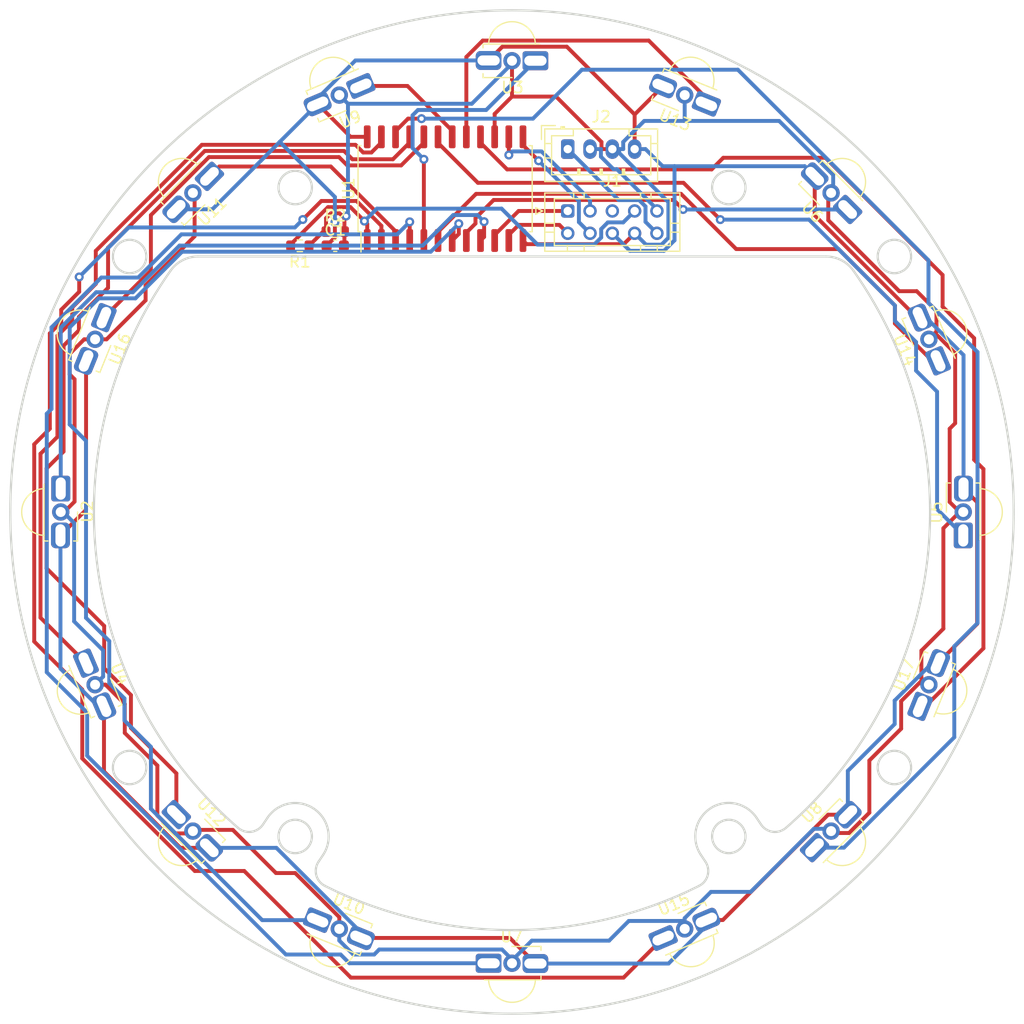
<source format=kicad_pcb>
(kicad_pcb (version 20211014) (generator pcbnew)
  (layers (0 "F.Cu" signal) (31 "B.Cu" signal) (34 "B.Paste" user) (35 "F.Paste" user) (36 "B.SilkS" user "B.Silkscreen") (37 "F.SilkS" user "F.Silkscreen") (38 "B.Mask" user) (39 "F.Mask" user) (44 "Edge.Cuts" user))
  (net 0 "")
  (net 1 "GND")
  (net 2 "IR")
  (net 3 "SIG7")
  (net 4 "SIG6")
  (net 5 "SIG5")
  (net 6 "SIG4")
  (net 7 "SIG3")
  (net 8 "SIG2")
  (net 9 "SIG1")
  (net 10 "SIG0")
  (net 11 "MUX5")
  (net 12 "MUX6")
  (net 13 "MUX8")
  (net 14 "MUX7")
  (net 15 "SIG15")
  (net 16 "SIG14")
  (net 17 "SIG13")
  (net 18 "SIG12")
  (net 19 "SIG11")
  (net 20 "SIG10")
  (net 21 "SIG9")
  (net 22 "SIG8")
  (net 23 "+3.3V")
  (net 24 "TX8")
  (net 25 "RX8")
  (net 26 "+5V")
  (footprint "OptoDevice:Vishay_MINICAST-3Pin" (layer "F.Cu") (at 197.4171 79.5013 113)
    (fp_text reference "U14")
    (fp_text value "TSSP58038")
  )
  (footprint "OptoDevice:Vishay_MINICAST-3Pin" (layer "F.Cu") (at 144.5013 132.4171 -22)
    (fp_text reference "U10")
    (fp_text value "TSSP58038")
  )
  (footprint "Resistor_SMD:R_0603_1608Metric" (layer "F.Cu") (at 144.145 69.85)
    (fp_text reference "R2")
    (fp_text value "10k")
  )
  (footprint "OptoDevice:Vishay_MINICAST-3Pin" (layer "F.Cu") (at 122.5829 110.4987 -67)
    (fp_text reference "U4")
    (fp_text value "TSSP58038")
  )
  (footprint "OptoDevice:Vishay_MINICAST-3Pin" (layer "F.Cu") (at 122.5829 79.5013 -112)
    (fp_text reference "U16")
    (fp_text value "TSSP58038")
  )
  (footprint "Capacitor_SMD:C_0603_1608Metric" (layer "F.Cu") (at 144.145 71.12)
    (fp_text reference "C1")
    (fp_text value "0.1uF")
  )
  (footprint "OptoDevice:Vishay_MINICAST-3Pin" (layer "F.Cu") (at 175.4987 132.4171 23)
    (fp_text reference "U15")
    (fp_text value "TSSP58038")
  )
  (footprint "OptoDevice:Vishay_MINICAST-3Pin" (layer "F.Cu") (at 197.4171 110.4987 68)
    (fp_text reference "U17")
    (fp_text value "TSSP58038")
  )
  (footprint "OptoDevice:Vishay_MINICAST-3Pin" (layer "F.Cu") (at 131.3622 123.6378 -45)
    (fp_text reference "U12")
    (fp_text value "TSSP58038")
  )
  (footprint "OptoDevice:Vishay_MINICAST-3Pin" (layer "F.Cu") (at 160 135.5)
    (fp_text reference "U7")
    (fp_text value "TSSP58038")
  )
  (footprint "Package_SO:SOIC-24W_7.5x15.4mm_P1.27mm" (layer "F.Cu") (at 154 66 90)
    (fp_text reference "U1")
    (fp_text value "CD74HC4067M")
  )
  (footprint "Resistor_SMD:R_0603_1608Metric" (layer "F.Cu") (at 140.97 71.12 180)
    (fp_text reference "R1")
    (fp_text value "3.3k")
  )
  (footprint "OptoDevice:Vishay_MINICAST-3Pin" (layer "F.Cu") (at 119.5 95 -90)
    (fp_text reference "U2")
    (fp_text value "TSSP58038")
  )
  (footprint "OptoDevice:Vishay_MINICAST-3Pin" (layer "F.Cu") (at 188.6378 123.6378 45)
    (fp_text reference "U8")
    (fp_text value "TSSP58038")
  )
  (footprint "OptoDevice:Vishay_MINICAST-3Pin" (layer "F.Cu") (at 188.6378 66.3622 135)
    (fp_text reference "U6")
    (fp_text value "TSSP58038")
  )
  (footprint "OptoDevice:Vishay_MINICAST-3Pin" (layer "F.Cu") (at 200.5 95 90)
    (fp_text reference "U5")
    (fp_text value "TSSP58038")
  )
  (footprint "Connector_JST:JST_PH_B4B-PH-K_1x04_P2.00mm_Vertical" (layer "F.Cu") (at 165 62.45)
    (fp_text reference "J2")
    (fp_text value "OpenMV")
  )
  (footprint "OptoDevice:Vishay_MINICAST-3Pin" (layer "F.Cu") (at 131.3622 66.3622 -135)
    (fp_text reference "U11")
    (fp_text value "TSSP58038")
  )
  (footprint "OptoDevice:Vishay_MINICAST-3Pin" (layer "F.Cu") (at 160 54.5 180)
    (fp_text reference "U3")
    (fp_text value "TSSP58038")
  )
  (footprint "Connector_JST:JST_PHD_B10B-PHDSS_2x05_P2.00mm_Vertical" (layer "F.Cu") (at 165 68)
    (fp_text reference "J1")
    (fp_text value "IR Unit")
  )
  (footprint "OptoDevice:Vishay_MINICAST-3Pin" (layer "F.Cu") (at 175.4987 57.5829 158)
    (fp_text reference "U13")
    (fp_text value "TSSP58038")
  )
  (footprint "OptoDevice:Vishay_MINICAST-3Pin" (layer "F.Cu") (at 144.5013 57.5829 -157)
    (fp_text reference "U9")
    (fp_text value "TSSP58038")
  )
  (gr_line (start 182.338068 123.03142) (end 181.939367 122.434722) (layer "Edge.Cuts") (width 0.2))
  (gr_arc (start 137.661932 123.03142) (mid 136.61466 123.68468) (end 135.432008 123.331317) (layer "Edge.Cuts") (width 0.2))
  (gr_arc (start 190.61963 73.350787) (mid 197.228104 99.507571) (end 184.567992 123.331317) (layer "Edge.Cuts") (width 0.2))
  (gr_arc (start 176.950549 125.768143) (mid 177.778248 121.607024) (end 181.939367 122.434722) (layer "Edge.Cuts") (width 0.2))
  (gr_circle (center 140.555042 65.89856) (end 139.055042 65.89856) (layer "Edge.Cuts") (width 0.2) (fill none))
  (gr_line (start 142.65075 126.364841) (end 143.049451 125.768143) (layer "Edge.Cuts") (width 0.2))
  (gr_arc (start 176.772964 128.539788) (mid 160 132.499996) (end 143.227036 128.539788) (layer "Edge.Cuts") (width 0.2))
  (gr_arc (start 184.567992 123.331317) (mid 183.385341 123.684681) (end 182.338068 123.03142) (layer "Edge.Cuts") (width 0.2))
  (gr_line (start 138.060633 122.434722) (end 137.661932 123.03142) (layer "Edge.Cuts") (width 0.2))
  (gr_circle (center 140.555042 124.101432) (end 139.055042 124.101432) (layer "Edge.Cuts") (width 0.2) (fill none))
  (gr_circle (center 194.298122 117.917268) (end 192.798122 117.917268) (layer "Edge.Cuts") (width 0.2) (fill none))
  (gr_arc (start 143.227036 128.539788) (mid 142.448013 127.582385) (end 142.65075 126.364841) (layer "Edge.Cuts") (width 0.2))
  (gr_circle (center 194.298122 72.082724) (end 192.798122 72.082724) (layer "Edge.Cuts") (width 0.2) (fill none))
  (gr_circle (center 179.444958 65.89856) (end 177.944958 65.89856) (layer "Edge.Cuts") (width 0.2) (fill none))
  (gr_arc (start 138.060633 122.434722) (mid 142.221753 121.607024) (end 143.049451 125.768143) (layer "Edge.Cuts") (width 0.2))
  (gr_circle (center 125.701878 72.082724) (end 124.201878 72.082724) (layer "Edge.Cuts") (width 0.2) (fill none))
  (gr_arc (start 135.432008 123.331317) (mid 122.771896 99.507571) (end 129.38037 73.350787) (layer "Edge.Cuts") (width 0.2))
  (gr_circle (center 125.701878 117.917268) (end 124.201878 117.917268) (layer "Edge.Cuts") (width 0.2) (fill none))
  (gr_arc (start 177.34925 126.364841) (mid 177.552011 127.582387) (end 176.772964 128.539788) (layer "Edge.Cuts") (width 0.2))
  (gr_line (start 176.950549 125.768143) (end 177.34925 126.364841) (layer "Edge.Cuts") (width 0.2))
  (gr_circle (center 160 94.999996) (end 115 94.999996) (layer "Edge.Cuts") (width 0.2) (fill none))
  (gr_circle (center 179.444958 124.101432) (end 177.944958 124.101432) (layer "Edge.Cuts") (width 0.2) (fill none))
  (gr_line (start 131.82994 72.082724) (end 188.17006 72.082724) (layer "Edge.Cuts") (width 0.2))
  (gr_arc (start 129.38037 73.350787) (mid 130.450776 72.418541) (end 131.82994 72.082724) (layer "Edge.Cuts") (width 0.2))
  (gr_arc (start 188.17006 72.082724) (mid 189.549224 72.418535) (end 190.61963 73.350787) (layer "Edge.Cuts") (width 0.2))
  (segment (start 188.3674 68.8297) (end 194.7319 75.1942) (width 0.35) (layer "F.Cu") (net 1))
  (segment (start 143.32 69.85) (end 143.32 68.6458) (width 0.35) (layer "F.Cu") (net 1))
  (segment (start 144.5107 132.3939) (end 144.5107 131.34) (width 0.35) (layer "F.Cu") (net 1))
  (segment (start 143.32 68.6458) (end 143.7598 68.206) (width 0.35) (layer "F.Cu") (net 1))
  (segment (start 144.97 71.07) (end 144.92 71.12) (width 0.35) (layer "F.Cu") (net 1))
  (segment (start 144.9508 68.6238) (end 144.97 68.6431) (width 0.35) (layer "F.Cu") (net 1))
  (segment (start 188.3674 66.6326) (end 188.3674 68.8297) (width 0.35) (layer "F.Cu") (net 1))
  (segment (start 198.6913 105.4673) (end 196.7192 107.4394) (width 0.35) (layer "F.Cu") (net 1))
  (segment (start 188.6201 66.3799) (end 188.3674 66.6326) (width 0.35) (layer "F.Cu") (net 1))
  (segment (start 125.269 112.219) (end 123.5389 110.4889) (width 0.35) (layer "F.Cu") (net 1))
  (segment (start 158.445 59.2938) (end 158.445 61.35) (width 0.35) (layer "F.Cu") (net 1))
  (segment (start 199.2583 94.1076) (end 200.1507 95) (width 0.35) (layer "F.Cu") (net 1))
  (segment (start 144.5329 68.206) (end 144.9508 68.6238) (width 0.35) (layer "F.Cu") (net 1))
  (segment (start 119.525 95) (end 119.8329 95) (width 0.35) (layer "F.Cu") (net 1))
  (segment (start 199.2583 87.5299) (end 199.2583 94.1076) (width 0.35) (layer "F.Cu") (net 1))
  (segment (start 120.7657 83.0951) (end 120.3289 82.6583) (width 0.35) (layer "F.Cu") (net 1))
  (segment (start 200.1507 95) (end 198.6913 96.4594) (width 0.35) (layer "F.Cu") (net 1))
  (segment (start 138.8327 127.3849) (end 134.9606 123.5128) (width 0.35) (layer "F.Cu") (net 1))
  (segment (start 196.7192 109.9452) (end 196.8225 110.0485) (width 0.35) (layer "F.Cu") (net 1))
  (segment (start 168.0247 62.45) (end 168.0247 61.8099) (width 0.35) (layer "F.Cu") (net 1))
  (segment (start 123.6375 79.5107) (end 127.1369 76.0113) (width 0.35) (layer "F.Cu") (net 1))
  (segment (start 192.0511 117.2904) (end 192.0511 121.9703) (width 0.35) (layer "F.Cu") (net 1))
  (segment (start 144.9508 68.6238) (end 145.121 68.4536) (width 0.35) (layer "F.Cu") (net 1))
  (segment (start 128.1907 122.2217) (end 128.1907 117.7397) (width 0.35) (layer "F.Cu") (net 1))
  (segment (start 194.7319 75.1942) (end 196.3003 75.1942) (width 0.35) (layer "F.Cu") (net 1))
  (segment (start 120.7657 94.0672) (end 120.7657 83.0951) (width 0.35) (layer "F.Cu") (net 1))
  (segment (start 169 62.45) (end 168.0247 62.45) (width 0.35) (layer "F.Cu") (net 1))
  (segment (start 170.0244 70.9756) (end 161.3106 70.9756) (width 0.35) (layer "F.Cu") (net 1))
  (segment (start 197.9456 78.9596) (end 199.7491 80.7631) (width 0.35) (layer "F.Cu") (net 1))
  (segment (start 199.7491 80.7631) (end 199.7491 87.0391) (width 0.35) (layer "F.Cu") (net 1))
  (segment (start 197.3939 110.4893) (end 196.9531 110.0485) (width 0.35) (layer "F.Cu") (net 1))
  (segment (start 163.9536 57.7388) (end 160 57.7388) (width 0.35) (layer "F.Cu") (net 1))
  (segment (start 160 57.7388) (end 158.445 59.2938) (width 0.35) (layer "F.Cu") (net 1))
  (segment (start 171 70) (end 170.0244 70.9756) (width 0.35) (layer "F.Cu") (net 1))
  (segment (start 188.7929 123.7929) (end 188.6201 123.6201) (width 0.35) (layer "F.Cu") (net 1))
  (segment (start 199.7491 87.0391) (end 199.2583 87.5299) (width 0.35) (layer "F.Cu") (net 1))
  (segment (start 196.8225 110.0485) (end 194.9058 111.9652) (width 0.35) (layer "F.Cu") (net 1))
  (segment (start 143.7598 68.206) (end 144.5329 68.206) (width 0.35) (layer "F.Cu") (net 1))
  (segment (start 168.0247 61.8099) (end 163.9536 57.7388) (width 0.35) (layer "F.Cu") (net 1))
  (segment (start 143.065 69.85) (end 143.32 69.85) (width 0.35) (layer "F.Cu") (net 1))
  (segment (start 190.2285 123.7929) (end 188.7929 123.7929) (width 0.35) (layer "F.Cu") (net 1))
  (segment (start 198.6913 96.4594) (end 198.6913 105.4673) (width 0.35) (layer "F.Cu") (net 1))
  (segment (start 144.5107 131.34) (end 140.5556 127.3849) (width 0.35) (layer "F.Cu") (net 1))
  (segment (start 160 54.525) (end 160 57.7388) (width 0.35) (layer "F.Cu") (net 1))
  (segment (start 131.4872 123.5128) (end 131.3799 123.6201) (width 0.35) (layer "F.Cu") (net 1))
  (segment (start 131.5314 70.2692) (end 131.5314 66.5314) (width 0.35) (layer "F.Cu") (net 1))
  (segment (start 121.6288 79.5107) (end 122.6061 79.5107) (width 0.35) (layer "F.Cu") (net 1))
  (segment (start 140.5556 127.3849) (end 138.8327 127.3849) (width 0.35) (layer "F.Cu") (net 1))
  (segment (start 131.1713 123.8287) (end 129.7977 123.8287) (width 0.35) (layer "F.Cu") (net 1))
  (segment (start 197.9456 78.9596) (end 197.3941 79.5111) (width 0.35) (layer "F.Cu") (net 1))
  (segment (start 123.5389 110.4889) (end 122.6059 110.4889) (width 0.35) (layer "F.Cu") (net 1))
  (segment (start 134.9606 123.5128) (end 131.4872 123.5128) (width 0.35) (layer "F.Cu") (net 1))
  (segment (start 127.1369 76.0113) (end 127.1369 74.6637) (width 0.35) (layer "F.Cu") (net 1))
  (segment (start 129.7977 123.8287) (end 128.1907 122.2217) (width 0.35) (layer "F.Cu") (net 1))
  (segment (start 128.1907 117.7397) (end 125.269 114.818) (width 0.35) (layer "F.Cu") (net 1))
  (segment (start 131.3799 123.6201) (end 131.1713 123.8287) (width 0.35) (layer "F.Cu") (net 1))
  (segment (start 144.97 68.6431) (end 144.97 69.85) (width 0.35) (layer "F.Cu") (net 1))
  (segment (start 119.8329 95) (end 120.7657 94.0672) (width 0.35) (layer "F.Cu") (net 1))
  (segment (start 120.3289 80.8106) (end 121.6288 79.5107) (width 0.35) (layer "F.Cu") (net 1))
  (segment (start 194.9058 111.9652) (end 194.9058 114.4357) (width 0.35) (layer "F.Cu") (net 1))
  (segment (start 196.9531 110.0485) (end 196.8225 110.0485) (width 0.35) (layer "F.Cu") (net 1))
  (segment (start 141.795 71.12) (end 143.065 69.85) (width 0.35) (layer "F.Cu") (net 1))
  (segment (start 120.3289 82.6583) (end 120.3289 80.8106) (width 0.35) (layer "F.Cu") (net 1))
  (segment (start 196.7192 107.4394) (end 196.7192 109.9452) (width 0.35) (layer "F.Cu") (net 1))
  (segment (start 196.3003 75.1942) (end 198.0729 76.9668) (width 0.35) (layer "F.Cu") (net 1))
  (segment (start 198.0729 78.8323) (end 197.9456 78.9596) (width 0.35) (layer "F.Cu") (net 1))
  (segment (start 192.0511 121.9703) (end 190.2285 123.7929) (width 0.35) (layer "F.Cu") (net 1))
  (segment (start 131.5314 66.5314) (end 131.3799 66.3799) (width 0.35) (layer "F.Cu") (net 1))
  (segment (start 127.1369 74.6637) (end 131.5314 70.2692) (width 0.35) (layer "F.Cu") (net 1))
  (segment (start 200.475 95) (end 200.1507 95) (width 0.35) (layer "F.Cu") (net 1))
  (segment (start 194.9058 114.4357) (end 192.0511 117.2904) (width 0.35) (layer "F.Cu") (net 1))
  (segment (start 198.0729 76.9668) (end 198.0729 78.8323) (width 0.35) (layer "F.Cu") (net 1))
  (segment (start 122.6061 79.5107) (end 123.6375 79.5107) (width 0.35) (layer "F.Cu") (net 1))
  (segment (start 161.3106 70.9756) (end 160.985 70.65) (width 0.35) (layer "F.Cu") (net 1))
  (segment (start 144.97 69.85) (end 144.97 71.07) (width 0.35) (layer "F.Cu") (net 1))
  (segment (start 125.269 114.818) (end 125.269 112.219) (width 0.35) (layer "F.Cu") (net 1))
  (via (at 145.121 68.4536) (size 0.8) (drill 0.4) (layers "F.Cu" "B.Cu") (net 1))
  (segment (start 144.5107 132.3939) (end 144.5107 133.4383) (width 0.35) (layer "B.Cu") (net 1))
  (segment (start 119.7416 95) (end 120.7275 95.9859) (width 0.35) (layer "B.Cu") (net 1))
  (segment (start 188.8071 64.7668) (end 188.8071 66.1929) (width 0.35) (layer "B.Cu") (net 1))
  (segment (start 175.4889 132.3941) (end 175.4889 131.6801) (width 0.35) (layer "B.Cu") (net 1))
  (segment (start 175.4889 131.4284) (end 177.8447 129.0726) (width 0.35) (layer "B.Cu") (net 1))
  (segment (start 160 135.2216) (end 160 135.475) (width 0.35) (layer "B.Cu") (net 1))
  (segment (start 169.9753 61.8099) (end 171.8624 59.9228) (width 0.35) (layer "B.Cu") (net 1))
  (segment (start 187.0696 123.4124) (end 188.4124 123.4124) (width 0.35) (layer "B.Cu") (net 1))
  (segment (start 160.0421 135.1795) (end 160 135.2216) (width 0.35) (layer "B.Cu") (net 1))
  (segment (start 147.6381 134.6913) (end 148.0861 134.2433) (width 0.35) (layer "B.Cu") (net 1))
  (segment (start 169.6113 62.45) (end 169.6113 62.7914) (width 0.35) (layer "B.Cu") (net 1))
  (segment (start 169 62.45) (end 169.6113 62.45) (width 0.35) (layer "B.Cu") (net 1))
  (segment (start 144.5107 133.4383) (end 145.7637 134.6913) (width 0.35) (layer "B.Cu") (net 1))
  (segment (start 123.3264 107.4134) (end 123.3264 109.7684) (width 0.35) (layer "B.Cu") (net 1))
  (segment (start 175.4889 131.6801) (end 175.4889 131.4284) (width 0.35) (layer "B.Cu") (net 1))
  (segment (start 175.4889 131.6801) (end 170.4752 131.6801) (width 0.35) (layer "B.Cu") (net 1))
  (segment (start 123.3264 109.7684) (end 122.6059 110.4889) (width 0.35) (layer "B.Cu") (net 1))
  (segment (start 169.9753 62.45) (end 169.9753 61.8099) (width 0.35) (layer "B.Cu") (net 1))
  (segment (start 183.9631 59.9228) (end 188.8071 64.7668) (width 0.35) (layer "B.Cu") (net 1))
  (segment (start 169.6113 62.45) (end 169.9753 62.45) (width 0.35) (layer "B.Cu") (net 1))
  (segment (start 120.7275 104.8145) (end 123.3264 107.4134) (width 0.35) (layer "B.Cu") (net 1))
  (segment (start 168.7069 133.4484) (end 161.7732 133.4484) (width 0.35) (layer "B.Cu") (net 1))
  (segment (start 145.288 58.3828) (end 145.288 68.2866) (width 0.35) (layer "B.Cu") (net 1))
  (segment (start 177.8447 129.0726) (end 181.4094 129.0726) (width 0.35) (layer "B.Cu") (net 1))
  (segment (start 181.4094 129.0726) (end 187.0696 123.4124) (width 0.35) (layer "B.Cu") (net 1))
  (segment (start 174.0261 67.2062) (end 174.0261 70.4027) (width 0.35) (layer "B.Cu") (net 1))
  (segment (start 148.0861 134.2433) (end 159.1059 134.2433) (width 0.35) (layer "B.Cu") (net 1))
  (segment (start 145.288 58.3828) (end 156.3952 58.3828) (width 0.35) (layer "B.Cu") (net 1))
  (segment (start 159.1059 134.2433) (end 160.0421 135.1795) (width 0.35) (layer "B.Cu") (net 1))
  (segment (start 172.0237 71.0237) (end 171 70) (width 0.35) (layer "B.Cu") (net 1))
  (segment (start 173.4051 71.0237) (end 172.0237 71.0237) (width 0.35) (layer "B.Cu") (net 1))
  (segment (start 144.5111 57.6059) (end 145.288 58.3828) (width 0.35) (layer "B.Cu") (net 1))
  (segment (start 171.8624 59.9228) (end 175.4893 59.9228) (width 0.35) (layer "B.Cu") (net 1))
  (segment (start 161.7732 133.4484) (end 160.0421 135.1795) (width 0.35) (layer "B.Cu") (net 1))
  (segment (start 175.4893 59.9228) (end 183.9631 59.9228) (width 0.35) (layer "B.Cu") (net 1))
  (segment (start 145.7637 134.6913) (end 147.6381 134.6913) (width 0.35) (layer "B.Cu") (net 1))
  (segment (start 160 54.778) (end 160 54.525) (width 0.35) (layer "B.Cu") (net 1))
  (segment (start 145.288 68.2866) (end 145.121 68.4536) (width 0.35) (layer "B.Cu") (net 1))
  (segment (start 119.525 95) (end 119.7416 95) (width 0.35) (layer "B.Cu") (net 1))
  (segment (start 174.0261 70.4027) (end 173.4051 71.0237) (width 0.35) (layer "B.Cu") (net 1))
  (segment (start 175.4893 57.6061) (end 175.4893 59.9228) (width 0.35) (layer "B.Cu") (net 1))
  (segment (start 156.3952 58.3828) (end 160 54.778) (width 0.35) (layer "B.Cu") (net 1))
  (segment (start 120.7275 95.9859) (end 120.7275 104.8145) (width 0.35) (layer "B.Cu") (net 1))
  (segment (start 170.4752 131.6801) (end 168.7069 133.4484) (width 0.35) (layer "B.Cu") (net 1))
  (segment (start 188.8071 66.1929) (end 188.6201 66.3799) (width 0.35) (layer "B.Cu") (net 1))
  (segment (start 188.4124 123.4124) (end 188.6201 123.6201) (width 0.35) (layer "B.Cu") (net 1))
  (segment (start 169.6113 62.7914) (end 174.0261 67.2062) (width 0.35) (layer "B.Cu") (net 1))
  (segment (start 147.015 70.65) (end 147.015 69.1601) (width 0.35) (layer "F.Cu") (net 2))
  (segment (start 140.145 71.0049) (end 143.495 67.6549) (width 0.35) (layer "F.Cu") (net 2))
  (segment (start 145.5098 67.6549) (end 146.7635 68.9086) (width 0.35) (layer "F.Cu") (net 2))
  (segment (start 140.145 71.12) (end 140.145 71.0049) (width 0.35) (layer "F.Cu") (net 2))
  (segment (start 147.015 69.1601) (end 146.7635 68.9086) (width 0.35) (layer "F.Cu") (net 2))
  (segment (start 143.495 67.6549) (end 145.5098 67.6549) (width 0.35) (layer "F.Cu") (net 2))
  (via (at 146.7635 68.9086) (size 0.8) (drill 0.4) (layers "F.Cu" "B.Cu") (net 2))
  (segment (start 159.0654 67.7904) (end 147.8817 67.7904) (width 0.35) (layer "B.Cu") (net 2))
  (segment (start 147.8817 67.7904) (end 146.7635 68.9086) (width 0.35) (layer "B.Cu") (net 2))
  (segment (start 169.9754 69.0246) (end 168.5951 69.0246) (width 0.35) (layer "B.Cu") (net 2))
  (segment (start 168 70.3823) (end 167.3639 71.0184) (width 0.35) (layer "B.Cu") (net 2))
  (segment (start 162.2934 71.0184) (end 159.0654 67.7904) (width 0.35) (layer "B.Cu") (net 2))
  (segment (start 168.5951 69.0246) (end 168 69.6197) (width 0.35) (layer "B.Cu") (net 2))
  (segment (start 167.3639 71.0184) (end 162.2934 71.0184) (width 0.35) (layer "B.Cu") (net 2))
  (segment (start 171 68) (end 169.9754 69.0246) (width 0.35) (layer "B.Cu") (net 2))
  (segment (start 168 69.6197) (end 168 70.3823) (width 0.35) (layer "B.Cu") (net 2))
  (segment (start 117.146 106.6176) (end 117.146 88.9299) (width 0.35) (layer "F.Cu") (net 3))
  (segment (start 118.5454 87.5305) (end 118.5454 78.9805) (width 0.35) (layer "F.Cu") (net 3))
  (segment (start 119.5684 76.8591) (end 121.1805 75.247) (width 0.35) (layer "F.Cu") (net 3))
  (segment (start 173.5559 133.2146) (end 170.0047 136.7658) (width 0.35) (layer "F.Cu") (net 3))
  (segment (start 142.9012 67.1038) (end 141.2385 68.7665) (width 0.35) (layer "F.Cu") (net 3))
  (segment (start 135.9851 127.1988) (end 131.5484 127.1988) (width 0.35) (layer "F.Cu") (net 3))
  (segment (start 145.5521 136.7658) (end 135.9851 127.1988) (width 0.35) (layer "F.Cu") (net 3))
  (segment (start 117.146 88.9299) (end 118.5454 87.5305) (width 0.35) (layer "F.Cu") (net 3))
  (segment (start 121.4555 110.9271) (end 117.146 106.6176) (width 0.35) (layer "F.Cu") (net 3))
  (segment (start 131.5484 127.1988) (end 121.4555 117.1059) (width 0.35) (layer "F.Cu") (net 3))
  (segment (start 118.5454 78.9805) (end 119.5684 77.9575) (width 0.35) (layer "F.Cu") (net 3))
  (segment (start 170.0047 136.7658) (end 145.5521 136.7658) (width 0.35) (layer "F.Cu") (net 3))
  (segment (start 119.5684 77.9575) (end 119.5684 76.8591) (width 0.35) (layer "F.Cu") (net 3))
  (segment (start 148.285 69.3289) (end 146.0599 67.1038) (width 0.35) (layer "F.Cu") (net 3))
  (segment (start 146.0599 67.1038) (end 142.9012 67.1038) (width 0.35) (layer "F.Cu") (net 3))
  (segment (start 148.285 70.65) (end 148.285 69.3289) (width 0.35) (layer "F.Cu") (net 3))
  (segment (start 121.1805 75.247) (end 121.1805 73.9196) (width 0.35) (layer "F.Cu") (net 3))
  (segment (start 121.4555 117.1059) (end 121.4555 110.9271) (width 0.35) (layer "F.Cu") (net 3))
  (via (at 141.2385 68.7665) (size 0.8) (drill 0.4) (layers "F.Cu" "B.Cu") (net 3))
  (via (at 121.1805 73.9196) (size 0.8) (drill 0.4) (layers "F.Cu" "B.Cu") (net 3))
  (segment (start 121.1805 73.9196) (end 125.6228 69.4773) (width 0.35) (layer "B.Cu") (net 3))
  (segment (start 140.5277 69.4773) (end 141.2385 68.7665) (width 0.35) (layer "B.Cu") (net 3))
  (segment (start 125.6228 69.4773) (end 140.5277 69.4773) (width 0.35) (layer "B.Cu") (net 3))
  (segment (start 133.7477 64.0121) (end 143.7467 64.0121) (width 0.35) (layer "F.Cu") (net 4))
  (segment (start 149.555 69.8204) (end 149.555 70.65) (width 0.35) (layer "F.Cu") (net 4))
  (segment (start 143.7467 64.0121) (end 149.555 69.8204) (width 0.35) (layer "F.Cu") (net 4))
  (segment (start 132.8648 64.895) (end 133.7477 64.0121) (width 0.35) (layer "F.Cu") (net 4))
  (segment (start 150.825 70.65) (end 150.825 68.9757) (width 0.35) (layer "F.Cu") (net 5))
  (via (at 150.825 68.9757) (size 0.8) (drill 0.4) (layers "F.Cu" "B.Cu") (net 5))
  (segment (start 121.8944 116.8631) (end 139.7224 134.6911) (width 0.35) (layer "B.Cu") (net 5))
  (segment (start 118.2714 109.3737) (end 121.8944 112.9967) (width 0.35) (layer "B.Cu") (net 5))
  (segment (start 126.4739 73.97) (end 123.1694 73.97) (width 0.35) (layer "B.Cu") (net 5))
  (segment (start 123.1694 73.97) (end 118.6956 78.4438) (width 0.35) (layer "B.Cu") (net 5))
  (segment (start 149.7051 70.0956) (end 130.3483 70.0956) (width 0.35) (layer "B.Cu") (net 5))
  (segment (start 118.2714 86.1829) (end 118.2714 109.3737) (width 0.35) (layer "B.Cu") (net 5))
  (segment (start 118.6956 78.4438) (end 118.6956 85.7587) (width 0.35) (layer "B.Cu") (net 5))
  (segment (start 144.6301 134.6911) (end 145.414 135.475) (width 0.35) (layer "B.Cu") (net 5))
  (segment (start 150.825 68.9757) (end 149.7051 70.0956) (width 0.35) (layer "B.Cu") (net 5))
  (segment (start 139.7224 134.6911) (end 144.6301 134.6911) (width 0.35) (layer "B.Cu") (net 5))
  (segment (start 121.8944 112.9967) (end 121.8944 116.8631) (width 0.35) (layer "B.Cu") (net 5))
  (segment (start 118.6956 85.7587) (end 118.2714 86.1829) (width 0.35) (layer "B.Cu") (net 5))
  (segment (start 130.3483 70.0956) (end 126.4739 73.97) (width 0.35) (layer "B.Cu") (net 5))
  (segment (start 145.414 135.475) (end 157.9 135.475) (width 0.35) (layer "B.Cu") (net 5))
  (segment (start 152.095 70.65) (end 152.095 63.3664) (width 0.35) (layer "F.Cu") (net 6))
  (via (at 152.095 63.3664) (size 0.8) (drill 0.4) (layers "F.Cu" "B.Cu") (net 6))
  (segment (start 151.0846 59.4193) (end 151.0846 62.356) (width 0.35) (layer "B.Cu") (net 6))
  (segment (start 157.6841 58.9409) (end 151.563 58.9409) (width 0.35) (layer "B.Cu") (net 6))
  (segment (start 151.0846 62.356) (end 152.095 63.3664) (width 0.35) (layer "B.Cu") (net 6))
  (segment (start 162.1 54.525) (end 157.6841 58.9409) (width 0.35) (layer "B.Cu") (net 6))
  (segment (start 151.563 58.9409) (end 151.0846 59.4193) (width 0.35) (layer "B.Cu") (net 6))
  (segment (start 180.1119 71.4173) (end 189.2901 71.4173) (width 0.35) (layer "F.Cu") (net 7))
  (segment (start 194.3429 78.0915) (end 197.6955 81.4441) (width 0.35) (layer "F.Cu") (net 7))
  (segment (start 175.1592 66.4646) (end 180.1119 71.4173) (width 0.35) (layer "F.Cu") (net 7))
  (segment (start 194.3429 76.4701) (end 194.3429 78.0915) (width 0.35) (layer "F.Cu") (net 7))
  (segment (start 156.7788 66.4646) (end 175.1592 66.4646) (width 0.35) (layer "F.Cu") (net 7))
  (segment (start 189.2901 71.4173) (end 194.3429 76.4701) (width 0.35) (layer "F.Cu") (net 7))
  (segment (start 153.365 70.65) (end 153.365 69.8784) (width 0.35) (layer "F.Cu") (net 7))
  (segment (start 153.365 69.8784) (end 156.7788 66.4646) (width 0.35) (layer "F.Cu") (net 7))
  (segment (start 197.6955 81.4441) (end 198.2146 81.4441) (width 0.35) (layer "F.Cu") (net 7))
  (segment (start 154.635 70.65) (end 155.226 70.059) (width 0.35) (layer "F.Cu") (net 8))
  (segment (start 155.226 70.059) (end 155.226 69.1419) (width 0.35) (layer "F.Cu") (net 8))
  (via (at 155.226 69.1419) (size 0.8) (drill 0.4) (layers "F.Cu" "B.Cu") (net 8))
  (segment (start 126.2222 75.8383) (end 130.4069 71.6536) (width 0.35) (layer "B.Cu") (net 8))
  (segment (start 120.3297 87.1564) (end 120.3297 78.4402) (width 0.35) (layer "B.Cu") (net 8))
  (segment (start 127.61 121.6225) (end 127.61 116.067) (width 0.35) (layer "B.Cu") (net 8))
  (segment (start 120.3297 78.4402) (end 122.9316 75.8383) (width 0.35) (layer "B.Cu") (net 8))
  (segment (start 127.61 116.067) (end 125.239 113.696) (width 0.35) (layer "B.Cu") (net 8))
  (segment (start 137.5947 131.6072) (end 127.61 121.6225) (width 0.35) (layer "B.Cu") (net 8))
  (segment (start 121.7924 104.4922) (end 121.7924 88.6191) (width 0.35) (layer "B.Cu") (net 8))
  (segment (start 123.8768 106.5766) (end 121.7924 104.4922) (width 0.35) (layer "B.Cu") (net 8))
  (segment (start 130.4069 71.6536) (end 152.7143 71.6536) (width 0.35) (layer "B.Cu") (net 8))
  (segment (start 121.7924 88.6191) (end 120.3297 87.1564) (width 0.35) (layer "B.Cu") (net 8))
  (segment (start 122.9316 75.8383) (end 126.2222 75.8383) (width 0.35) (layer "B.Cu") (net 8))
  (segment (start 152.7143 71.6536) (end 155.226 69.1419) (width 0.35) (layer "B.Cu") (net 8))
  (segment (start 123.8768 110.3628) (end 123.8768 106.5766) (width 0.35) (layer "B.Cu") (net 8))
  (segment (start 125.239 113.696) (end 125.239 111.725) (width 0.35) (layer "B.Cu") (net 8))
  (segment (start 125.239 111.725) (end 123.8768 110.3628) (width 0.35) (layer "B.Cu") (net 8))
  (segment (start 142.5636 131.6072) (end 137.5947 131.6072) (width 0.35) (layer "B.Cu") (net 8))
  (segment (start 155.905 70.65) (end 155.905 69.9447) (width 0.35) (layer "F.Cu") (net 9))
  (segment (start 155.905 69.9447) (end 156.724 69.1257) (width 0.35) (layer "F.Cu") (net 9))
  (segment (start 158.3511 67.015) (end 174.502 67.015) (width 0.35) (layer "F.Cu") (net 9))
  (segment (start 156.724 69.1257) (end 156.724 68.6421) (width 0.35) (layer "F.Cu") (net 9))
  (segment (start 156.724 68.6421) (end 158.3511 67.015) (width 0.35) (layer "F.Cu") (net 9))
  (segment (start 174.502 67.015) (end 175.3518 67.8648) (width 0.35) (layer "F.Cu") (net 9))
  (via (at 175.3518 67.8648) (size 0.8) (drill 0.4) (layers "F.Cu" "B.Cu") (net 9))
  (segment (start 190.105 67.8648) (end 175.3518 67.8648) (width 0.35) (layer "B.Cu") (net 9))
  (segment (start 157.4993 70.3257) (end 157.175 70.65) (width 0.35) (layer "F.Cu") (net 10))
  (segment (start 157.4993 68.9632) (end 157.4993 70.3257) (width 0.35) (layer "F.Cu") (net 10))
  (via (at 157.4993 68.9632) (size 0.8) (drill 0.4) (layers "F.Cu" "B.Cu") (net 10))
  (segment (start 154.7259 68.3665) (end 156.9026 68.3665) (width 0.35) (layer "B.Cu") (net 10))
  (segment (start 119.525 92.9) (end 119.525 78.4665) (width 0.35) (layer "B.Cu") (net 10))
  (segment (start 125.9942 75.288) (end 130.1789 71.1033) (width 0.35) (layer "B.Cu") (net 10))
  (segment (start 130.1789 71.1033) (end 151.9891 71.1033) (width 0.35) (layer "B.Cu") (net 10))
  (segment (start 122.7035 75.288) (end 125.9942 75.288) (width 0.35) (layer "B.Cu") (net 10))
  (segment (start 151.9891 71.1033) (end 154.7259 68.3665) (width 0.35) (layer "B.Cu") (net 10))
  (segment (start 119.525 78.4665) (end 122.7035 75.288) (width 0.35) (layer "B.Cu") (net 10))
  (segment (start 156.9026 68.3665) (end 157.4993 68.9632) (width 0.35) (layer "B.Cu") (net 10))
  (segment (start 165 68) (end 160.591 68) (width 0.35) (layer "F.Cu") (net 11))
  (segment (start 160.591 68) (end 158.445 70.146) (width 0.35) (layer "F.Cu") (net 11))
  (segment (start 158.445 70.146) (end 158.445 70.65) (width 0.35) (layer "F.Cu") (net 11))
  (segment (start 159.715 70.1342) (end 159.715 70.65) (width 0.35) (layer "F.Cu") (net 12))
  (segment (start 164.2471 69.2471) (end 160.6021 69.2471) (width 0.35) (layer "F.Cu") (net 12))
  (segment (start 160.6021 69.2471) (end 159.715 70.1342) (width 0.35) (layer "F.Cu") (net 12))
  (segment (start 165 70) (end 164.2471 69.2471) (width 0.35) (layer "F.Cu") (net 12))
  (segment (start 162.3862 63.4951) (end 160.985 62.0939) (width 0.35) (layer "F.Cu") (net 13))
  (segment (start 160.985 62.0939) (end 160.985 61.35) (width 0.35) (layer "F.Cu") (net 13))
  (via (at 162.3862 63.4951) (size 0.8) (drill 0.4) (layers "F.Cu" "B.Cu") (net 13))
  (segment (start 166.0006 69.0006) (end 166.0006 67.1095) (width 0.35) (layer "B.Cu") (net 13))
  (segment (start 167 70) (end 166.0006 69.0006) (width 0.35) (layer "B.Cu") (net 13))
  (segment (start 166.0006 67.1095) (end 162.3862 63.4951) (width 0.35) (layer "B.Cu") (net 13))
  (segment (start 159.715 61.35) (end 159.715 62.9785) (width 0.35) (layer "F.Cu") (net 14))
  (via (at 159.715 62.9785) (size 0.8) (drill 0.4) (layers "F.Cu" "B.Cu") (net 14))
  (segment (start 162.6463 62.6587) (end 160.0348 62.6587) (width 0.35) (layer "B.Cu") (net 14))
  (segment (start 167 68) (end 167 67.0124) (width 0.35) (layer "B.Cu") (net 14))
  (segment (start 160.0348 62.6587) (end 159.715 62.9785) (width 0.35) (layer "B.Cu") (net 14))
  (segment (start 167 67.0124) (end 162.6463 62.6587) (width 0.35) (layer "B.Cu") (net 14))
  (segment (start 157.175 61.8842) (end 159.5612 64.2704) (width 0.35) (layer "F.Cu") (net 15))
  (segment (start 201.4517 79.4135) (end 201.4517 90.3141) (width 0.35) (layer "F.Cu") (net 15))
  (segment (start 201.4517 90.3141) (end 202.2836 91.146) (width 0.35) (layer "F.Cu") (net 15))
  (segment (start 198.6233 76.5851) (end 201.4517 79.4135) (width 0.35) (layer "F.Cu") (net 15))
  (segment (start 202.2836 91.146) (end 202.2836 107.2266) (width 0.35) (layer "F.Cu") (net 15))
  (segment (start 198.6233 73.7435) (end 198.6233 76.5851) (width 0.35) (layer "F.Cu") (net 15))
  (segment (start 159.5612 64.2704) (end 177.9078 64.2704) (width 0.35) (layer "F.Cu") (net 15))
  (segment (start 202.2836 107.2266) (end 197.0738 112.4364) (width 0.35) (layer "F.Cu") (net 15))
  (segment (start 197.0738 112.4364) (end 196.6072 112.4364) (width 0.35) (layer "F.Cu") (net 15))
  (segment (start 157.175 61.35) (end 157.175 61.8842) (width 0.35) (layer "F.Cu") (net 15))
  (segment (start 178.9485 63.2297) (end 188.1095 63.2297) (width 0.35) (layer "F.Cu") (net 15))
  (segment (start 177.9078 64.2704) (end 178.9485 63.2297) (width 0.35) (layer "F.Cu") (net 15))
  (segment (start 188.1095 63.2297) (end 198.6233 73.7435) (width 0.35) (layer "F.Cu") (net 15))
  (segment (start 172.2672 52.7177) (end 157.375 52.7177) (width 0.35) (layer "F.Cu") (net 16))
  (segment (start 157.375 52.7177) (end 155.905 54.1877) (width 0.35) (layer "F.Cu") (net 16))
  (segment (start 155.905 54.1877) (end 155.905 61.35) (width 0.35) (layer "F.Cu") (net 16))
  (segment (start 177.4364 58.3928) (end 177.4364 57.8869) (width 0.35) (layer "F.Cu") (net 16))
  (segment (start 177.4364 57.8869) (end 172.2672 52.7177) (width 0.35) (layer "F.Cu") (net 16))
  (segment (start 150.6234 56.7854) (end 154.635 60.797) (width 0.35) (layer "F.Cu") (net 17))
  (segment (start 146.4441 56.7854) (end 150.6234 56.7854) (width 0.35) (layer "F.Cu") (net 17))
  (segment (start 154.635 60.797) (end 154.635 61.35) (width 0.35) (layer "F.Cu") (net 17))
  (segment (start 153.365 61.8974) (end 153.365 61.35) (width 0.35) (layer "F.Cu") (net 18))
  (segment (start 156.942 65.4744) (end 153.365 61.8974) (width 0.35) (layer "F.Cu") (net 18))
  (segment (start 175.3836 65.4744) (end 156.942 65.4744) (width 0.35) (layer "F.Cu") (net 18))
  (segment (start 178.6846 68.7754) (end 175.3836 65.4744) (width 0.35) (layer "F.Cu") (net 18))
  (via (at 178.6846 68.7754) (size 0.8) (drill 0.4) (layers "F.Cu" "B.Cu") (net 18))
  (segment (start 194.3429 76.4789) (end 186.6394 68.7754) (width 0.35) (layer "B.Cu") (net 18))
  (segment (start 186.6394 68.7754) (end 178.6846 68.7754) (width 0.35) (layer "B.Cu") (net 18))
  (segment (start 200.475 97.1) (end 198.1271 94.7521) (width 0.35) (layer "B.Cu") (net 18))
  (segment (start 198.1271 94.7521) (end 198.1271 84.206) (width 0.35) (layer "B.Cu") (net 18))
  (segment (start 198.1271 84.206) (end 196.2437 82.3226) (width 0.35) (layer "B.Cu") (net 18))
  (segment (start 194.3429 77.86) (end 194.3429 76.4789) (width 0.35) (layer "B.Cu") (net 18))
  (segment (start 196.2437 82.3226) (end 196.2437 79.7608) (width 0.35) (layer "B.Cu") (net 18))
  (segment (start 196.2437 79.7608) (end 194.3429 77.86) (width 0.35) (layer "B.Cu") (net 18))
  (segment (start 132.8175 63.1674) (end 144.482 63.1674) (width 0.35) (layer "F.Cu") (net 19))
  (segment (start 150.0588 63.9116) (end 152.095 61.8754) (width 0.35) (layer "F.Cu") (net 19))
  (segment (start 144.482 63.1674) (end 145.2262 63.9116) (width 0.35) (layer "F.Cu") (net 19))
  (segment (start 152.095 61.8754) (end 152.095 61.35) (width 0.35) (layer "F.Cu") (net 19))
  (segment (start 127.6105 73.3459) (end 127.6105 68.3744) (width 0.35) (layer "F.Cu") (net 19))
  (segment (start 145.2262 63.9116) (end 150.0588 63.9116) (width 0.35) (layer "F.Cu") (net 19))
  (segment (start 127.6105 68.3744) (end 132.8175 63.1674) (width 0.35) (layer "F.Cu") (net 19))
  (segment (start 123.3928 77.5636) (end 127.6105 73.3459) (width 0.35) (layer "F.Cu") (net 19))
  (segment (start 118.2599 91.0925) (end 119.7785 89.5739) (width 0.35) (layer "F.Cu") (net 20))
  (segment (start 125.8208 111.4191) (end 123.4206 109.0189) (width 0.35) (layer "F.Cu") (net 20))
  (segment (start 118.2599 100.0567) (end 118.2599 91.0925) (width 0.35) (layer "F.Cu") (net 20))
  (segment (start 123.4206 109.0189) (end 123.4206 105.2174) (width 0.35) (layer "F.Cu") (net 20))
  (segment (start 129.895 122.1352) (end 129.895 118.4458) (width 0.35) (layer "F.Cu") (net 20))
  (segment (start 119.7785 89.5739) (end 119.7785 80.0825) (width 0.35) (layer "F.Cu") (net 20))
  (segment (start 119.7785 80.0825) (end 121.1541 78.7069) (width 0.35) (layer "F.Cu") (net 20))
  (segment (start 123.4206 105.2174) (end 118.2599 100.0567) (width 0.35) (layer "F.Cu") (net 20))
  (segment (start 121.1541 78.7069) (end 121.1541 77.5068) (width 0.35) (layer "F.Cu") (net 20))
  (segment (start 121.1541 77.5068) (end 123.7698 74.8911) (width 0.35) (layer "F.Cu") (net 20))
  (segment (start 123.7698 74.8911) (end 123.7698 71.2879) (width 0.35) (layer "F.Cu") (net 20))
  (segment (start 150.825 61.8585) (end 150.825 61.35) (width 0.35) (layer "F.Cu") (net 20))
  (segment (start 129.895 118.4458) (end 125.8208 114.3716) (width 0.35) (layer "F.Cu") (net 20))
  (segment (start 132.4406 62.6171) (end 144.9379 62.6171) (width 0.35) (layer "F.Cu") (net 20))
  (segment (start 144.9379 62.6171) (end 145.6821 63.3613) (width 0.35) (layer "F.Cu") (net 20))
  (segment (start 149.3222 63.3613) (end 150.825 61.8585) (width 0.35) (layer "F.Cu") (net 20))
  (segment (start 123.7698 71.2879) (end 132.4406 62.6171) (width 0.35) (layer "F.Cu") (net 20))
  (segment (start 145.6821 63.3613) (end 149.3222 63.3613) (width 0.35) (layer "F.Cu") (net 20))
  (segment (start 125.8208 114.3716) (end 125.8208 111.4191) (width 0.35) (layer "F.Cu") (net 20))
  (segment (start 150.6739 59.7201) (end 149.555 60.839) (width 0.35) (layer "F.Cu") (net 21))
  (segment (start 151.8842 59.7201) (end 150.6739 59.7201) (width 0.35) (layer "F.Cu") (net 21))
  (segment (start 149.555 60.839) (end 149.555 61.35) (width 0.35) (layer "F.Cu") (net 21))
  (via (at 151.8842 59.7201) (size 0.8) (drill 0.4) (layers "F.Cu" "B.Cu") (net 21))
  (segment (start 180.2597 55.3297) (end 166.2673 55.3297) (width 0.35) (layer "B.Cu") (net 21))
  (segment (start 197.3546 72.4246) (end 180.2597 55.3297) (width 0.35) (layer "B.Cu") (net 21))
  (segment (start 187.1352 125.105) (end 189.771 125.105) (width 0.35) (layer "B.Cu") (net 21))
  (segment (start 201.7547 80.6524) (end 197.3546 76.2523) (width 0.35) (layer "B.Cu") (net 21))
  (segment (start 166.2673 55.3297) (end 161.8769 59.7201) (width 0.35) (layer "B.Cu") (net 21))
  (segment (start 189.771 125.105) (end 199.6703 115.2057) (width 0.35) (layer "B.Cu") (net 21))
  (segment (start 161.8769 59.7201) (end 151.8842 59.7201) (width 0.35) (layer "B.Cu") (net 21))
  (segment (start 197.3546 76.2523) (end 197.3546 72.4246) (width 0.35) (layer "B.Cu") (net 21))
  (segment (start 199.6703 115.2057) (end 199.6703 107.0427) (width 0.35) (layer "B.Cu") (net 21))
  (segment (start 199.6703 107.0427) (end 201.7547 104.9583) (width 0.35) (layer "B.Cu") (net 21))
  (segment (start 201.7547 104.9583) (end 201.7547 80.6524) (width 0.35) (layer "B.Cu") (net 21))
  (segment (start 147.3923 62.7523) (end 146.6484 62.7523) (width 0.35) (layer "F.Cu") (net 22))
  (segment (start 119.2281 79.19) (end 119.2281 88.2576) (width 0.35) (layer "F.Cu") (net 22))
  (segment (start 119.2281 88.2576) (end 117.7095 89.7762) (width 0.35) (layer "F.Cu") (net 22))
  (segment (start 145.9628 62.0667) (end 132.1793 62.0667) (width 0.35) (layer "F.Cu") (net 22))
  (segment (start 146.6484 62.7523) (end 145.9628 62.0667) (width 0.35) (layer "F.Cu") (net 22))
  (segment (start 148.285 61.35) (end 148.285 61.8596) (width 0.35) (layer "F.Cu") (net 22))
  (segment (start 120.556 76.6499) (end 120.556 77.8621) (width 0.35) (layer "F.Cu") (net 22))
  (segment (start 122.6699 74.536) (end 120.556 76.6499) (width 0.35) (layer "F.Cu") (net 22))
  (segment (start 117.7095 89.7762) (end 117.7095 104.48) (width 0.35) (layer "F.Cu") (net 22))
  (segment (start 120.556 77.8621) (end 119.2281 79.19) (width 0.35) (layer "F.Cu") (net 22))
  (segment (start 122.6699 71.5761) (end 122.6699 74.536) (width 0.35) (layer "F.Cu") (net 22))
  (segment (start 148.285 61.8596) (end 147.3923 62.7523) (width 0.35) (layer "F.Cu") (net 22))
  (segment (start 132.1793 62.0667) (end 122.6699 71.5761) (width 0.35) (layer "F.Cu") (net 22))
  (segment (start 117.7095 104.48) (end 121.7854 108.5559) (width 0.35) (layer "F.Cu") (net 22))
  (segment (start 196.3275 77.5682) (end 187.1529 68.3936) (width 0.35) (layer "F.Cu") (net 23))
  (segment (start 121.7962 81.4484) (end 121.7962 94.8038) (width 0.35) (layer "F.Cu") (net 23))
  (segment (start 187.1529 68.3936) (end 187.1529 64.8773) (width 0.35) (layer "F.Cu") (net 23))
  (segment (start 190.1227 122.1529) (end 188.3531 122.1529) (width 0.35) (layer "F.Cu") (net 23))
  (segment (start 142.5682 58.4034) (end 145.5148 61.35) (width 0.35) (layer "F.Cu") (net 23))
  (segment (start 123.4034 118.2693) (end 123.4034 112.4318) (width 0.35) (layer "F.Cu") (net 23))
  (segment (start 164.9203 53.2681) (end 171 59.3478) (width 0.35) (layer "F.Cu") (net 23))
  (segment (start 178.9094 131.5966) (end 177.4318 131.5966) (width 0.35) (layer "F.Cu") (net 23))
  (segment (start 201.7173 94.1173) (end 201.7173 105.0381) (width 0.35) (layer "F.Cu") (net 23))
  (segment (start 159.8038 133.2038) (end 146.4484 133.2038) (width 0.35) (layer "F.Cu") (net 23))
  (segment (start 201.7173 105.0381) (end 198.2038 108.5516) (width 0.35) (layer "F.Cu") (net 23))
  (segment (start 132.8471 125.1227) (end 130.2568 125.1227) (width 0.35) (layer "F.Cu") (net 23))
  (segment (start 144.1147 70.3753) (end 143.37 71.12) (width 0.35) (layer "F.Cu") (net 23))
  (segment (start 157.9 54.5) (end 159.1319 53.2681) (width 0.35) (layer "F.Cu") (net 23))
  (segment (start 121.7962 94.8038) (end 119.5 97.1) (width 0.35) (layer "F.Cu") (net 23))
  (segment (start 144.1147 69.0224) (end 144.1147 70.3753) (width 0.35) (layer "F.Cu") (net 23))
  (segment (start 162.1 135.5) (end 159.8038 133.2038) (width 0.35) (layer "F.Cu") (net 23))
  (segment (start 196.5966 77.5682) (end 196.3275 77.5682) (width 0.35) (layer "F.Cu") (net 23))
  (segment (start 171 59.3478) (end 171 62.45) (width 0.35) (layer "F.Cu") (net 23))
  (segment (start 188.3531 122.1529) (end 178.9094 131.5966) (width 0.35) (layer "F.Cu") (net 23))
  (segment (start 145.5148 61.35) (end 147.015 61.35) (width 0.35) (layer "F.Cu") (net 23))
  (segment (start 159.1319 53.2681) (end 164.9203 53.2681) (width 0.35) (layer "F.Cu") (net 23))
  (segment (start 130.2568 125.1227) (end 123.4034 118.2693) (width 0.35) (layer "F.Cu") (net 23))
  (segment (start 200.5 92.9) (end 201.7173 94.1173) (width 0.35) (layer "F.Cu") (net 23))
  (segment (start 173.5516 56.7962) (end 171 59.3478) (width 0.35) (layer "F.Cu") (net 23))
  (via (at 144.1147 69.0224) (size 0.8) (drill 0.4) (layers "F.Cu" "B.Cu") (net 23))
  (segment (start 139.1718 61.7998) (end 144.1147 66.7428) (width 0.35) (layer "B.Cu") (net 23))
  (segment (start 122.8864 112.4318) (end 119.5 109.0454) (width 0.35) (layer "B.Cu") (net 23))
  (segment (start 174.0393 135.5) (end 162.1 135.5) (width 0.35) (layer "B.Cu") (net 23))
  (segment (start 146.4484 132.7046) (end 146.4484 133.2038) (width 0.35) (layer "B.Cu") (net 23))
  (segment (start 174.5764 70.6307) (end 174.5764 63.9842) (width 0.35) (layer "B.Cu") (net 23))
  (segment (start 169 70) (end 170.574 71.574) (width 0.35) (layer "B.Cu") (net 23))
  (segment (start 194.3238 114.0162) (end 190.1227 118.2173) (width 0.35) (layer "B.Cu") (net 23))
  (segment (start 171 62.45) (end 171.9753 62.45) (width 0.35) (layer "B.Cu") (net 23))
  (segment (start 177.4318 131.5966) (end 177.4318 132.1075) (width 0.35) (layer "B.Cu") (net 23))
  (segment (start 174.5764 63.9842) (end 173.5095 63.9842) (width 0.35) (layer "B.Cu") (net 23))
  (segment (start 173.6331 71.574) (end 174.5764 70.6307) (width 0.35) (layer "B.Cu") (net 23))
  (segment (start 119.5 109.0454) (end 119.5 97.1) (width 0.35) (layer "B.Cu") (net 23))
  (segment (start 132.8471 125.1227) (end 138.8665 125.1227) (width 0.35) (layer "B.Cu") (net 23))
  (segment (start 196.5966 77.5682) (end 197.1414 77.5682) (width 0.35) (layer "B.Cu") (net 23))
  (segment (start 198.2038 108.5516) (end 197.6846 108.5516) (width 0.35) (layer "B.Cu") (net 23))
  (segment (start 194.3238 111.9124) (end 194.3238 114.0162) (width 0.35) (layer "B.Cu") (net 23))
  (segment (start 139.1718 61.7998) (end 133.1245 67.8471) (width 0.35) (layer "B.Cu") (net 23))
  (segment (start 142.5682 57.8888) (end 145.957 54.5) (width 0.35) (layer "B.Cu") (net 23))
  (segment (start 187.1529 64.8773) (end 186.2598 63.9842) (width 0.35) (layer "B.Cu") (net 23))
  (segment (start 177.4318 132.1075) (end 174.0393 135.5) (width 0.35) (layer "B.Cu") (net 23))
  (segment (start 142.5682 58.4034) (end 142.5682 57.8888) (width 0.35) (layer "B.Cu") (net 23))
  (segment (start 186.2598 63.9842) (end 174.5764 63.9842) (width 0.35) (layer "B.Cu") (net 23))
  (segment (start 170.574 71.574) (end 173.6331 71.574) (width 0.35) (layer "B.Cu") (net 23))
  (segment (start 197.1414 77.5682) (end 200.5 80.9268) (width 0.35) (layer "B.Cu") (net 23))
  (segment (start 200.5 80.9268) (end 200.5 92.9) (width 0.35) (layer "B.Cu") (net 23))
  (segment (start 190.1227 118.2173) (end 190.1227 122.1529) (width 0.35) (layer "B.Cu") (net 23))
  (segment (start 144.1147 66.7428) (end 144.1147 69.0224) (width 0.35) (layer "B.Cu") (net 23))
  (segment (start 133.1245 67.8471) (end 129.8773 67.8471) (width 0.35) (layer "B.Cu") (net 23))
  (segment (start 173.5095 63.9842) (end 171.9753 62.45) (width 0.35) (layer "B.Cu") (net 23))
  (segment (start 145.957 54.5) (end 157.9 54.5) (width 0.35) (layer "B.Cu") (net 23))
  (segment (start 123.4034 112.4318) (end 122.8864 112.4318) (width 0.35) (layer "B.Cu") (net 23))
  (segment (start 142.5682 58.4034) (end 139.1718 61.7998) (width 0.35) (layer "B.Cu") (net 23))
  (segment (start 197.6846 108.5516) (end 194.3238 111.9124) (width 0.35) (layer "B.Cu") (net 23))
  (segment (start 138.8665 125.1227) (end 146.4484 132.7046) (width 0.35) (layer "B.Cu") (net 23))
  (segment (start 169.5746 67.0246) (end 165 62.45) (width 0.35) (layer "B.Cu") (net 24))
  (segment (start 171.9753 68.9753) (end 171.9753 67.5959) (width 0.35) (layer "B.Cu") (net 24))
  (segment (start 171.9753 67.5959) (end 171.404 67.0246) (width 0.35) (layer "B.Cu") (net 24))
  (segment (start 171.404 67.0246) (end 169.5746 67.0246) (width 0.35) (layer "B.Cu") (net 24))
  (segment (start 173 70) (end 171.9753 68.9753) (width 0.35) (layer "B.Cu") (net 24))
  (segment (start 167 62.45) (end 167.9753 62.45) (width 0.35) (layer "B.Cu") (net 25))
  (segment (start 169.4085 64.2507) (end 173 67.8422) (width 0.35) (layer "B.Cu") (net 25))
  (segment (start 167.9753 62.45) (end 167.9753 63.1292) (width 0.35) (layer "B.Cu") (net 25))
  (segment (start 167.9753 63.1292) (end 169.0968 64.2507) (width 0.35) (layer "B.Cu") (net 25))
  (segment (start 169.0968 64.2507) (end 169.4085 64.2507) (width 0.35) (layer "B.Cu") (net 25))
  (segment (start 173 67.8422) (end 173 68) (width 0.35) (layer "B.Cu") (net 25))
)
</source>
